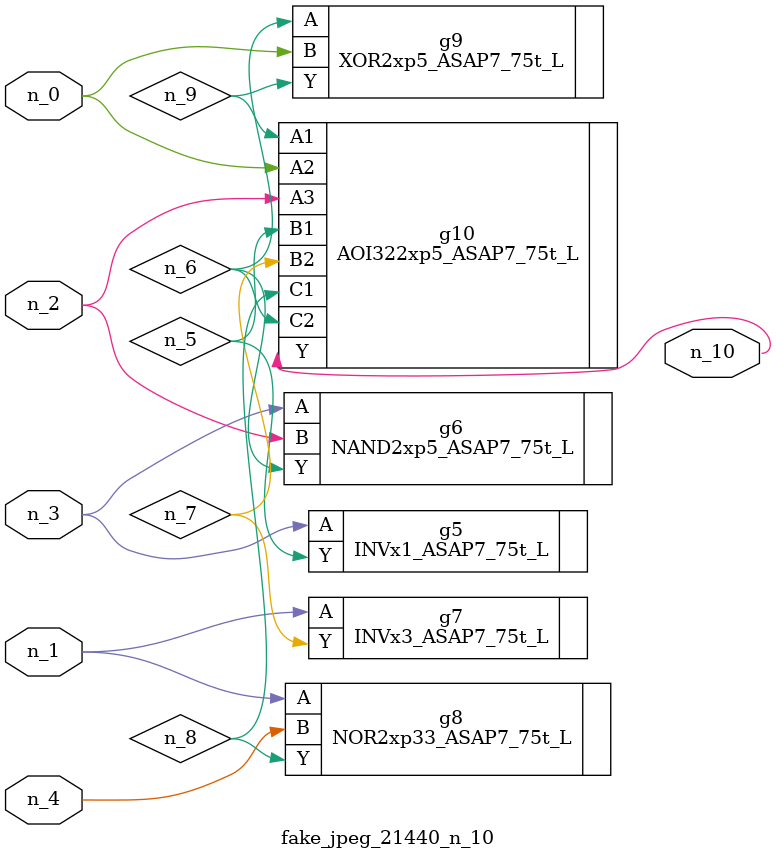
<source format=v>
module fake_jpeg_21440_n_10 (n_3, n_2, n_1, n_0, n_4, n_10);

input n_3;
input n_2;
input n_1;
input n_0;
input n_4;

output n_10;

wire n_8;
wire n_9;
wire n_6;
wire n_5;
wire n_7;

INVx1_ASAP7_75t_L g5 ( 
.A(n_3),
.Y(n_5)
);

NAND2xp5_ASAP7_75t_L g6 ( 
.A(n_3),
.B(n_2),
.Y(n_6)
);

INVx3_ASAP7_75t_L g7 ( 
.A(n_1),
.Y(n_7)
);

NOR2xp33_ASAP7_75t_L g8 ( 
.A(n_1),
.B(n_4),
.Y(n_8)
);

XOR2xp5_ASAP7_75t_L g9 ( 
.A(n_6),
.B(n_0),
.Y(n_9)
);

AOI322xp5_ASAP7_75t_L g10 ( 
.A1(n_9),
.A2(n_0),
.A3(n_2),
.B1(n_5),
.B2(n_7),
.C1(n_8),
.C2(n_6),
.Y(n_10)
);


endmodule
</source>
